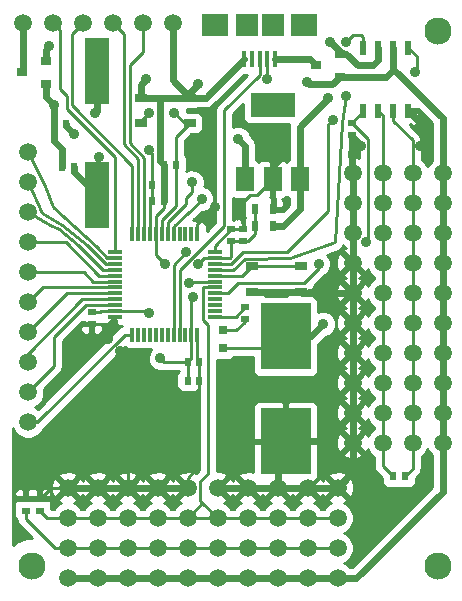
<source format=gtl>
G04 (created by PCBNEW (25-Oct-2014 BZR 4029)-stable) date Tue 06 Oct 2015 12:48:14 PM EDT*
%MOIN*%
G04 Gerber Fmt 3.4, Leading zero omitted, Abs format*
%FSLAX34Y34*%
G01*
G70*
G90*
G04 APERTURE LIST*
%ADD10C,0.00590551*%
%ADD11R,0.023622X0.0511811*%
%ADD12R,0.011811X0.0472441*%
%ADD13R,0.0472441X0.011811*%
%ADD14R,0.0413386X0.0255906*%
%ADD15R,0.0590551X0.0787402*%
%ADD16R,0.149606X0.0787402*%
%ADD17R,0.0748031X0.0748031*%
%ADD18R,0.0905512X0.0748031*%
%ADD19R,0.015748X0.0551181*%
%ADD20R,0.0354331X0.0314961*%
%ADD21R,0.0314961X0.0314961*%
%ADD22C,0.0590551*%
%ADD23R,0.0275591X0.023622*%
%ADD24R,0.023622X0.0275591*%
%ADD25R,0.023622X0.0354331*%
%ADD26R,0.169291X0.220472*%
%ADD27R,0.0826772X0.220472*%
%ADD28C,0.0905512*%
%ADD29C,0.035*%
%ADD30C,0.0228346*%
%ADD31C,0.01*%
G04 APERTURE END LIST*
G54D10*
G54D11*
X81864Y-40846D03*
X82364Y-40846D03*
X81364Y-40846D03*
X80864Y-40846D03*
X80864Y-42933D03*
X81364Y-42933D03*
X81864Y-42933D03*
X82364Y-42933D03*
G54D12*
X75326Y-47051D03*
X75129Y-47051D03*
X74933Y-47051D03*
X74736Y-47051D03*
X74539Y-47051D03*
X74342Y-47051D03*
X74145Y-47051D03*
X73948Y-47051D03*
X73751Y-47051D03*
X73555Y-47051D03*
X73358Y-47051D03*
X73161Y-47051D03*
X73161Y-50397D03*
X73358Y-50397D03*
X73555Y-50397D03*
X73751Y-50397D03*
X73948Y-50397D03*
X74145Y-50397D03*
X74342Y-50397D03*
X74539Y-50397D03*
X74736Y-50397D03*
X74933Y-50397D03*
X75129Y-50397D03*
X75326Y-50397D03*
G54D13*
X72570Y-47641D03*
X72570Y-47838D03*
X72570Y-48035D03*
X72570Y-48232D03*
X72570Y-48429D03*
X72570Y-48625D03*
X72570Y-48822D03*
X72570Y-49019D03*
X72570Y-49216D03*
X72570Y-49413D03*
X72570Y-49610D03*
X72570Y-49807D03*
X75917Y-49807D03*
X75917Y-49610D03*
X75917Y-49413D03*
X75917Y-49216D03*
X75917Y-49019D03*
X75917Y-48822D03*
X75917Y-48625D03*
X75917Y-48429D03*
X75917Y-48232D03*
X75917Y-48035D03*
X75917Y-47838D03*
X75917Y-47641D03*
G54D14*
X73435Y-43336D03*
X73435Y-42490D03*
X75068Y-43336D03*
X75068Y-42490D03*
X78769Y-48120D03*
X78769Y-48966D03*
X77135Y-48120D03*
X77135Y-48966D03*
G54D15*
X76929Y-45216D03*
X77834Y-45216D03*
X78740Y-45216D03*
G54D16*
X77834Y-42736D03*
G54D17*
X77834Y-40078D03*
X76968Y-40078D03*
G54D18*
X78877Y-40078D03*
X75925Y-40078D03*
G54D19*
X77401Y-41200D03*
X77657Y-41200D03*
X77913Y-41200D03*
X77145Y-41200D03*
X76889Y-41200D03*
G54D20*
X79291Y-41417D03*
X80078Y-41043D03*
X80078Y-41791D03*
X69488Y-41653D03*
X70275Y-41279D03*
X70275Y-42027D03*
G54D21*
X76181Y-50255D03*
X76181Y-50846D03*
G54D22*
X71500Y-40000D03*
X70500Y-40000D03*
X69500Y-40000D03*
X72500Y-40000D03*
X73500Y-40000D03*
X74500Y-40000D03*
X71000Y-56500D03*
X71000Y-55500D03*
X71000Y-57500D03*
X71000Y-58500D03*
X72000Y-56500D03*
X72000Y-55500D03*
X72000Y-57500D03*
X72000Y-58500D03*
X73000Y-56500D03*
X73000Y-55500D03*
X73000Y-57500D03*
X73000Y-58500D03*
X74000Y-56500D03*
X74000Y-55500D03*
X74000Y-57500D03*
X74000Y-58500D03*
X75000Y-56500D03*
X75000Y-55500D03*
X75000Y-57500D03*
X75000Y-58500D03*
X76000Y-56500D03*
X76000Y-55500D03*
X76000Y-57500D03*
X76000Y-58500D03*
X77000Y-56500D03*
X77000Y-55500D03*
X77000Y-57500D03*
X77000Y-58500D03*
X79000Y-56500D03*
X79000Y-55500D03*
X79000Y-57500D03*
X79000Y-58500D03*
X81500Y-46000D03*
X80500Y-46000D03*
X82500Y-46000D03*
X83500Y-46000D03*
X81500Y-47000D03*
X80500Y-47000D03*
X82500Y-47000D03*
X83500Y-47000D03*
X81500Y-45000D03*
X80500Y-45000D03*
X82500Y-45000D03*
X83500Y-45000D03*
X81500Y-48000D03*
X80500Y-48000D03*
X82500Y-48000D03*
X83500Y-48000D03*
X81500Y-49000D03*
X80500Y-49000D03*
X82500Y-49000D03*
X83500Y-49000D03*
X81500Y-50000D03*
X80500Y-50000D03*
X82500Y-50000D03*
X83500Y-50000D03*
X81500Y-51000D03*
X80500Y-51000D03*
X82500Y-51000D03*
X83500Y-51000D03*
X81500Y-52000D03*
X80500Y-52000D03*
X82500Y-52000D03*
X83500Y-52000D03*
X81500Y-53000D03*
X80500Y-53000D03*
X82500Y-53000D03*
X83500Y-53000D03*
X81500Y-54000D03*
X80500Y-54000D03*
X82500Y-54000D03*
X83500Y-54000D03*
X78000Y-56500D03*
X78000Y-55500D03*
X78000Y-57500D03*
X78000Y-58500D03*
X80000Y-56500D03*
X80000Y-55500D03*
X80000Y-57500D03*
X80000Y-58500D03*
X69685Y-49318D03*
X69685Y-50318D03*
X69685Y-51318D03*
X69685Y-52318D03*
X69685Y-53318D03*
X69685Y-48318D03*
X69685Y-47318D03*
X69685Y-46318D03*
X69685Y-45318D03*
X69685Y-44318D03*
G54D23*
X70078Y-56259D03*
X70078Y-55866D03*
X69606Y-56259D03*
X69606Y-55866D03*
X76929Y-49488D03*
X76929Y-49881D03*
G54D24*
X75000Y-51929D03*
X75393Y-51929D03*
X75000Y-51299D03*
X75393Y-51299D03*
G54D23*
X71811Y-49645D03*
X71811Y-50039D03*
G54D24*
X73818Y-45944D03*
X74212Y-45944D03*
X73818Y-45393D03*
X74212Y-45393D03*
X74606Y-44724D03*
X74212Y-44724D03*
G54D23*
X76850Y-46889D03*
X76850Y-47283D03*
X76456Y-46889D03*
X76456Y-47283D03*
G54D24*
X81850Y-55118D03*
X82244Y-55118D03*
G54D23*
X80472Y-43346D03*
X80472Y-43740D03*
G54D25*
X77854Y-46220D03*
X77263Y-46220D03*
X77854Y-46771D03*
X77263Y-46771D03*
G54D26*
X78267Y-53956D03*
X78267Y-50452D03*
G54D27*
X71968Y-41594D03*
X71968Y-45728D03*
G54D24*
X70826Y-44803D03*
X71220Y-44803D03*
X70551Y-43385D03*
X70944Y-43385D03*
G54D28*
X83346Y-40275D03*
X83346Y-58110D03*
X69803Y-58110D03*
G54D29*
X82755Y-44094D03*
X80787Y-44094D03*
X72362Y-50551D03*
X72755Y-50944D03*
X73700Y-44251D03*
X75905Y-46141D03*
X77401Y-44409D03*
X78267Y-44330D03*
X79685Y-42519D03*
X79763Y-40629D03*
X70393Y-40787D03*
X79527Y-50039D03*
X73700Y-49685D03*
X74094Y-51181D03*
X75196Y-49133D03*
X74251Y-48031D03*
X75354Y-48031D03*
X76692Y-43858D03*
X78976Y-41968D03*
X75354Y-42047D03*
X73622Y-41889D03*
X70551Y-42755D03*
X77637Y-41889D03*
X74960Y-47637D03*
X72047Y-44488D03*
X75472Y-45866D03*
X75157Y-45314D03*
X71929Y-42992D03*
X71220Y-43700D03*
X73700Y-42992D03*
X74566Y-42992D03*
X80275Y-40629D03*
X80275Y-42440D03*
X80944Y-47322D03*
X79370Y-48031D03*
X82598Y-41653D03*
X79842Y-43228D03*
X75039Y-48661D03*
G54D30*
X80472Y-43740D02*
X80472Y-43779D01*
X82834Y-43403D02*
X82364Y-42933D01*
X82834Y-44015D02*
X82834Y-43403D01*
X82755Y-44094D02*
X82834Y-44015D01*
X80472Y-43779D02*
X80787Y-44094D01*
X78267Y-53956D02*
X79543Y-53956D01*
X79543Y-53956D02*
X80500Y-53000D01*
X78000Y-55500D02*
X78000Y-54224D01*
X78000Y-54224D02*
X78267Y-53956D01*
G54D31*
X77854Y-46220D02*
X77854Y-45236D01*
X77854Y-45236D02*
X77834Y-45216D01*
X73000Y-55500D02*
X73000Y-51188D01*
X72338Y-50527D02*
X72338Y-50039D01*
X72362Y-50551D02*
X72338Y-50527D01*
X73000Y-51188D02*
X72755Y-50944D01*
X69606Y-55866D02*
X70078Y-55866D01*
X70078Y-55866D02*
X70444Y-55500D01*
X70444Y-55500D02*
X71000Y-55500D01*
X71811Y-50039D02*
X72338Y-50039D01*
X72338Y-50039D02*
X72570Y-49807D01*
X73818Y-45393D02*
X73818Y-44370D01*
X73818Y-44370D02*
X73700Y-44251D01*
X75326Y-47051D02*
X75326Y-46720D01*
X75326Y-46720D02*
X75905Y-46141D01*
X77480Y-44330D02*
X78267Y-44330D01*
X77401Y-44409D02*
X77480Y-44330D01*
X73751Y-47051D02*
X73751Y-46011D01*
X73751Y-46011D02*
X73818Y-45944D01*
X73818Y-45944D02*
X73818Y-45393D01*
X75917Y-47641D02*
X75917Y-47429D01*
X75917Y-47429D02*
X76456Y-46889D01*
X76456Y-46889D02*
X76850Y-46889D01*
X76850Y-46889D02*
X76850Y-45984D01*
X77303Y-45748D02*
X77834Y-45216D01*
X77086Y-45748D02*
X77303Y-45748D01*
X76850Y-45984D02*
X77086Y-45748D01*
X75393Y-51929D02*
X75393Y-51299D01*
X75393Y-51299D02*
X75326Y-51232D01*
X75326Y-51232D02*
X75326Y-50397D01*
X75393Y-51929D02*
X75393Y-54763D01*
X75000Y-55157D02*
X75000Y-55500D01*
X75393Y-54763D02*
X75000Y-55157D01*
G54D30*
X80500Y-47000D02*
X80500Y-48000D01*
X80500Y-48000D02*
X80500Y-49000D01*
X80500Y-49000D02*
X78803Y-49000D01*
X78803Y-49000D02*
X78769Y-48966D01*
X78769Y-48966D02*
X77135Y-48966D01*
X77834Y-45216D02*
X77834Y-44763D01*
X77834Y-44763D02*
X78267Y-44330D01*
X80500Y-54000D02*
X80500Y-53000D01*
X80500Y-53000D02*
X80500Y-52000D01*
X80500Y-52000D02*
X80500Y-51000D01*
X80500Y-51000D02*
X80500Y-50000D01*
X80500Y-50000D02*
X80500Y-49000D01*
X80500Y-47000D02*
X80500Y-46000D01*
X80500Y-46000D02*
X80500Y-45000D01*
X80500Y-45000D02*
X80472Y-44972D01*
X80472Y-44972D02*
X80472Y-43740D01*
X80000Y-55500D02*
X80000Y-55433D01*
X80500Y-54933D02*
X80500Y-54000D01*
X80000Y-55433D02*
X80500Y-54933D01*
X76000Y-55500D02*
X77000Y-55500D01*
X77000Y-55500D02*
X78000Y-55500D01*
X78000Y-55500D02*
X79000Y-55500D01*
X79000Y-55500D02*
X80000Y-55500D01*
X71000Y-55500D02*
X72000Y-55500D01*
X72000Y-55500D02*
X73000Y-55500D01*
X73000Y-55500D02*
X74000Y-55500D01*
X74000Y-55500D02*
X75000Y-55500D01*
X80078Y-41043D02*
X80295Y-41043D01*
X81364Y-41234D02*
X81364Y-40846D01*
X81181Y-41417D02*
X81364Y-41234D01*
X80669Y-41417D02*
X81181Y-41417D01*
X80295Y-41043D02*
X80669Y-41417D01*
X77854Y-46771D02*
X78188Y-46771D01*
X78740Y-46220D02*
X78740Y-45216D01*
X78188Y-46771D02*
X78740Y-46220D01*
X78740Y-43464D02*
X78740Y-45216D01*
X79685Y-42519D02*
X78740Y-43464D01*
X70275Y-41279D02*
X70275Y-40905D01*
X80078Y-40944D02*
X80078Y-41043D01*
X79763Y-40629D02*
X80078Y-40944D01*
X70275Y-40905D02*
X70393Y-40787D01*
X81864Y-41561D02*
X81875Y-41561D01*
X83500Y-43185D02*
X83500Y-45000D01*
X81875Y-41561D02*
X83500Y-43185D01*
X81864Y-40846D02*
X81864Y-41561D01*
X81633Y-41791D02*
X80078Y-41791D01*
X81864Y-41561D02*
X81633Y-41791D01*
X70826Y-44803D02*
X70826Y-44212D01*
X70551Y-43937D02*
X70551Y-43385D01*
X70826Y-44212D02*
X70551Y-43937D01*
X70551Y-43385D02*
X70551Y-42755D01*
X78267Y-50452D02*
X79114Y-50452D01*
X79114Y-50452D02*
X79527Y-50039D01*
G54D31*
X76181Y-50846D02*
X77874Y-50846D01*
X77874Y-50846D02*
X78267Y-50452D01*
X77263Y-46771D02*
X77263Y-46220D01*
X76850Y-47283D02*
X77007Y-47283D01*
X77263Y-47027D02*
X77263Y-46771D01*
X77007Y-47283D02*
X77263Y-47027D01*
X75000Y-51299D02*
X74212Y-51299D01*
X73625Y-49610D02*
X72570Y-49610D01*
X73700Y-49685D02*
X73625Y-49610D01*
X74212Y-51299D02*
X74094Y-51181D01*
X75129Y-49200D02*
X75129Y-50397D01*
X75196Y-49133D02*
X75129Y-49200D01*
X71811Y-49645D02*
X72086Y-49645D01*
X72086Y-49645D02*
X72122Y-49610D01*
X72122Y-49610D02*
X72570Y-49610D01*
X75917Y-47838D02*
X75547Y-47838D01*
X73948Y-47728D02*
X73948Y-47051D01*
X74251Y-48031D02*
X73948Y-47728D01*
X75547Y-47838D02*
X75354Y-48031D01*
X73948Y-47051D02*
X73948Y-46444D01*
X73948Y-46444D02*
X74212Y-46181D01*
X74212Y-46181D02*
X74212Y-45944D01*
X76456Y-47283D02*
X76850Y-47283D01*
X75917Y-47838D02*
X76413Y-47838D01*
X76456Y-47795D02*
X76456Y-47283D01*
X76413Y-47838D02*
X76456Y-47795D01*
X75000Y-51299D02*
X75000Y-51929D01*
X75129Y-50397D02*
X75129Y-51169D01*
X75129Y-51169D02*
X75000Y-51299D01*
G54D30*
X74212Y-45393D02*
X74212Y-45944D01*
X74212Y-44724D02*
X74212Y-45393D01*
X74094Y-42490D02*
X74094Y-44606D01*
X74094Y-44606D02*
X74212Y-44724D01*
X76929Y-44094D02*
X76929Y-45216D01*
X76692Y-43858D02*
X76929Y-44094D01*
X80000Y-58500D02*
X79000Y-58500D01*
X79000Y-58500D02*
X78000Y-58500D01*
X78000Y-58500D02*
X77000Y-58500D01*
X77000Y-58500D02*
X76000Y-58500D01*
X76000Y-58500D02*
X75000Y-58500D01*
X75000Y-58500D02*
X74000Y-58500D01*
X74000Y-58500D02*
X73000Y-58500D01*
X73000Y-58500D02*
X72000Y-58500D01*
X72000Y-58500D02*
X71000Y-58500D01*
X83500Y-54000D02*
X83500Y-55633D01*
X80633Y-58500D02*
X80000Y-58500D01*
X83500Y-55633D02*
X80633Y-58500D01*
X83500Y-47000D02*
X83500Y-48000D01*
X83500Y-48000D02*
X83500Y-49000D01*
X83500Y-49000D02*
X83500Y-50000D01*
X83500Y-50000D02*
X83500Y-51000D01*
X83500Y-51000D02*
X83500Y-52000D01*
X83500Y-52000D02*
X83500Y-53000D01*
X83500Y-53000D02*
X83500Y-54000D01*
X83500Y-46000D02*
X83500Y-47000D01*
X83500Y-45000D02*
X83500Y-46000D01*
X75068Y-42490D02*
X75068Y-42332D01*
X79822Y-42047D02*
X80078Y-41791D01*
X79055Y-42047D02*
X79822Y-42047D01*
X78976Y-41968D02*
X79055Y-42047D01*
X75068Y-42332D02*
X75354Y-42047D01*
X75068Y-42490D02*
X75600Y-42490D01*
X75600Y-42490D02*
X76889Y-41200D01*
X70275Y-42027D02*
X70275Y-42480D01*
X73435Y-42076D02*
X73435Y-42490D01*
X73622Y-41889D02*
X73435Y-42076D01*
X70275Y-42480D02*
X70551Y-42755D01*
X75068Y-42490D02*
X74094Y-42490D01*
X74094Y-42490D02*
X73435Y-42490D01*
X74500Y-40000D02*
X74500Y-41921D01*
X74500Y-41921D02*
X75068Y-42490D01*
G54D31*
X74539Y-50397D02*
X74539Y-48059D01*
X77657Y-41870D02*
X77657Y-41200D01*
X77637Y-41889D02*
X77657Y-41870D01*
X74539Y-48059D02*
X74960Y-47637D01*
X77401Y-41732D02*
X77401Y-41200D01*
X76220Y-42913D02*
X77401Y-41732D01*
X76220Y-46771D02*
X76220Y-42913D01*
X74736Y-48255D02*
X76220Y-46771D01*
X74736Y-50397D02*
X74736Y-48255D01*
X73555Y-47051D02*
X73555Y-44500D01*
X73500Y-40988D02*
X73500Y-40000D01*
X73070Y-41417D02*
X73500Y-40988D01*
X73070Y-44015D02*
X73070Y-41417D01*
X73555Y-44500D02*
X73070Y-44015D01*
X73161Y-47051D02*
X73161Y-44775D01*
X71141Y-40358D02*
X71500Y-40000D01*
X71141Y-42755D02*
X71141Y-40358D01*
X73161Y-44775D02*
X71141Y-42755D01*
X72570Y-47641D02*
X72570Y-44460D01*
X70748Y-40248D02*
X70500Y-40000D01*
X70748Y-42204D02*
X70748Y-40248D01*
X70984Y-42440D02*
X70748Y-42204D01*
X70984Y-42874D02*
X70984Y-42440D01*
X72570Y-44460D02*
X70984Y-42874D01*
X74539Y-47051D02*
X74539Y-46759D01*
X71968Y-44566D02*
X71968Y-45728D01*
X72047Y-44488D02*
X71968Y-44566D01*
X75472Y-45905D02*
X75472Y-45866D01*
X74539Y-46759D02*
X75472Y-45905D01*
G54D30*
X71220Y-44803D02*
X71220Y-44980D01*
X71220Y-44980D02*
X71968Y-45728D01*
G54D31*
X74342Y-46641D02*
X74342Y-47051D01*
X74960Y-46023D02*
X74342Y-46641D01*
X74960Y-45826D02*
X74960Y-46023D01*
X75157Y-45629D02*
X74960Y-45826D01*
X75157Y-45314D02*
X75157Y-45629D01*
G54D30*
X70944Y-43385D02*
X70944Y-43425D01*
X71968Y-42952D02*
X71968Y-41594D01*
X71929Y-42992D02*
X71968Y-42952D01*
X70944Y-43425D02*
X71220Y-43700D01*
G54D31*
X75917Y-49807D02*
X76610Y-49807D01*
X76610Y-49807D02*
X76929Y-49488D01*
X76929Y-49881D02*
X76929Y-49960D01*
X76633Y-50255D02*
X76181Y-50255D01*
X76929Y-49960D02*
X76633Y-50255D01*
X72570Y-49216D02*
X71492Y-49216D01*
X69685Y-51023D02*
X69685Y-51318D01*
X71492Y-49216D02*
X69685Y-51023D01*
X72570Y-49413D02*
X71610Y-49413D01*
X71610Y-49413D02*
X70551Y-50472D01*
X70551Y-50472D02*
X70551Y-51452D01*
X70551Y-51452D02*
X69685Y-52318D01*
X71968Y-47480D02*
X70511Y-46141D01*
X70511Y-46141D02*
X70236Y-45433D01*
X72570Y-47838D02*
X72326Y-47838D01*
X72326Y-47838D02*
X71968Y-47480D01*
X70236Y-45433D02*
X69685Y-44318D01*
X71653Y-47401D02*
X70826Y-46732D01*
X70826Y-46732D02*
X70157Y-46338D01*
X72570Y-48035D02*
X72287Y-48035D01*
X72287Y-48035D02*
X71653Y-47401D01*
X70157Y-46338D02*
X69685Y-45318D01*
X71338Y-47401D02*
X70708Y-46889D01*
X70708Y-46889D02*
X70433Y-46732D01*
X72570Y-48232D02*
X72169Y-48232D01*
X72169Y-48232D02*
X71338Y-47401D01*
X70433Y-46732D02*
X69685Y-46318D01*
X72570Y-48429D02*
X72051Y-48429D01*
X72051Y-48429D02*
X70940Y-47318D01*
X70940Y-47318D02*
X69685Y-47318D01*
X72570Y-48625D02*
X71854Y-48625D01*
X71854Y-48625D02*
X71547Y-48318D01*
X71547Y-48318D02*
X69685Y-48318D01*
X72570Y-48822D02*
X70181Y-48822D01*
X70181Y-48822D02*
X69685Y-49318D01*
X72570Y-49019D02*
X70984Y-49019D01*
X70984Y-49019D02*
X69685Y-50318D01*
X73161Y-50397D02*
X72909Y-50397D01*
X72909Y-50397D02*
X69988Y-53318D01*
X69988Y-53318D02*
X69685Y-53318D01*
X74145Y-47051D02*
X74145Y-46562D01*
X74145Y-46562D02*
X74606Y-46102D01*
X74606Y-44724D02*
X74606Y-43799D01*
X74606Y-43799D02*
X75068Y-43336D01*
X73435Y-43336D02*
X73435Y-43257D01*
X73435Y-43257D02*
X73700Y-42992D01*
X74566Y-42992D02*
X74911Y-43336D01*
X74911Y-43336D02*
X75068Y-43336D01*
X74606Y-46102D02*
X74606Y-44724D01*
X81500Y-45000D02*
X81500Y-43068D01*
X81500Y-43068D02*
X81364Y-42933D01*
X81500Y-54000D02*
X81500Y-54767D01*
X81500Y-54767D02*
X81850Y-55118D01*
X81500Y-46000D02*
X81500Y-47000D01*
X81500Y-47000D02*
X81500Y-48000D01*
X81500Y-48000D02*
X81500Y-49000D01*
X81500Y-49000D02*
X81500Y-50000D01*
X81500Y-50000D02*
X81500Y-51000D01*
X81500Y-51000D02*
X81500Y-52000D01*
X81500Y-52000D02*
X81500Y-53000D01*
X81500Y-53000D02*
X81500Y-54000D01*
X81500Y-45000D02*
X81500Y-46000D01*
X82500Y-45000D02*
X82500Y-43917D01*
X81864Y-43281D02*
X81864Y-42933D01*
X82500Y-43917D02*
X81864Y-43281D01*
X82500Y-54000D02*
X82500Y-54862D01*
X82500Y-54862D02*
X82244Y-55118D01*
X82500Y-45000D02*
X82500Y-46000D01*
X82500Y-46000D02*
X82500Y-47000D01*
X82500Y-47000D02*
X82500Y-48000D01*
X82500Y-48000D02*
X82500Y-49000D01*
X82500Y-49000D02*
X82500Y-50000D01*
X82500Y-50000D02*
X82500Y-51000D01*
X82500Y-51000D02*
X82500Y-52000D01*
X82500Y-52000D02*
X82500Y-53000D01*
X82500Y-53000D02*
X82500Y-54000D01*
X75917Y-48232D02*
X76531Y-48232D01*
X80864Y-40470D02*
X80864Y-40846D01*
X80787Y-40393D02*
X80864Y-40470D01*
X80511Y-40393D02*
X80787Y-40393D01*
X80275Y-40629D02*
X80511Y-40393D01*
X80157Y-43346D02*
X80275Y-42440D01*
X79920Y-47317D02*
X80157Y-43346D01*
X78428Y-47844D02*
X79920Y-47317D01*
X76913Y-47880D02*
X78428Y-47844D01*
X76531Y-48232D02*
X76913Y-47880D01*
X80472Y-43346D02*
X80472Y-43324D01*
X80472Y-43324D02*
X80864Y-42933D01*
X75917Y-49019D02*
X76334Y-49019D01*
X81023Y-43897D02*
X81003Y-43877D01*
X81003Y-43877D02*
X80472Y-43346D01*
X81023Y-47244D02*
X81023Y-43897D01*
X80944Y-47322D02*
X81023Y-47244D01*
X79370Y-48188D02*
X79370Y-48031D01*
X78897Y-48661D02*
X79370Y-48188D01*
X76692Y-48661D02*
X78897Y-48661D01*
X76334Y-49019D02*
X76692Y-48661D01*
X75917Y-48035D02*
X76452Y-48035D01*
X82637Y-41120D02*
X82364Y-40846D01*
X82637Y-41614D02*
X82637Y-41120D01*
X82598Y-41653D02*
X82637Y-41614D01*
X79685Y-43385D02*
X79842Y-43228D01*
X79685Y-46259D02*
X79685Y-43385D01*
X78307Y-47637D02*
X79685Y-46259D01*
X76850Y-47637D02*
X78307Y-47637D01*
X76452Y-48035D02*
X76850Y-47637D01*
X75917Y-48625D02*
X75074Y-48625D01*
X75074Y-48625D02*
X75039Y-48661D01*
X73000Y-57500D02*
X74000Y-57500D01*
X71000Y-57500D02*
X72000Y-57500D01*
X72000Y-57500D02*
X73000Y-57500D01*
X73799Y-57500D02*
X75000Y-57500D01*
X75000Y-57500D02*
X76000Y-57500D01*
X76000Y-57500D02*
X77000Y-57500D01*
X77000Y-57500D02*
X78000Y-57500D01*
X78000Y-57500D02*
X79000Y-57500D01*
X79000Y-57500D02*
X80000Y-57500D01*
X73799Y-57500D02*
X74000Y-57500D01*
X69606Y-56259D02*
X69606Y-56535D01*
X70570Y-57500D02*
X71000Y-57500D01*
X69606Y-56535D02*
X70570Y-57500D01*
X75000Y-56500D02*
X75000Y-56496D01*
X75000Y-56496D02*
X75498Y-55998D01*
X75917Y-48822D02*
X75507Y-48822D01*
X75507Y-48822D02*
X75511Y-48826D01*
X75511Y-48826D02*
X75511Y-49921D01*
X75511Y-49921D02*
X75669Y-50078D01*
X75669Y-50078D02*
X75669Y-55039D01*
X75669Y-55039D02*
X75433Y-55275D01*
X75433Y-55275D02*
X75433Y-55933D01*
X75433Y-55933D02*
X75498Y-55998D01*
X75498Y-55998D02*
X76000Y-56500D01*
X75000Y-56500D02*
X76000Y-56500D01*
X76000Y-56500D02*
X77000Y-56500D01*
X77000Y-56500D02*
X78000Y-56500D01*
X78000Y-56500D02*
X79000Y-56500D01*
X79000Y-56500D02*
X80000Y-56500D01*
X74000Y-56500D02*
X75000Y-56500D01*
X71000Y-56500D02*
X72000Y-56500D01*
X72000Y-56500D02*
X73000Y-56500D01*
X73000Y-56500D02*
X74000Y-56500D01*
X71000Y-56500D02*
X70318Y-56500D01*
X70318Y-56500D02*
X70078Y-56259D01*
X77135Y-48120D02*
X78769Y-48120D01*
X76826Y-48429D02*
X77135Y-48120D01*
X75917Y-48429D02*
X76826Y-48429D01*
G54D30*
X69500Y-40000D02*
X69500Y-41641D01*
X69500Y-41641D02*
X69488Y-41653D01*
X77913Y-41200D02*
X79074Y-41200D01*
X79074Y-41200D02*
X79291Y-41417D01*
G54D31*
X73358Y-47051D02*
X73358Y-44539D01*
X72874Y-40374D02*
X72500Y-40000D01*
X72874Y-44055D02*
X72874Y-40374D01*
X73358Y-44539D02*
X72874Y-44055D01*
G54D10*
G36*
X72816Y-50116D02*
X72794Y-50120D01*
X72697Y-50185D01*
X72198Y-50683D01*
X71761Y-51121D01*
X71761Y-50344D01*
X71761Y-50089D01*
X71485Y-50089D01*
X71423Y-50151D01*
X71423Y-50206D01*
X71461Y-50298D01*
X71531Y-50369D01*
X71623Y-50407D01*
X71722Y-50407D01*
X71698Y-50407D01*
X71761Y-50344D01*
X71761Y-51121D01*
X70010Y-52872D01*
X69994Y-52856D01*
X69902Y-52818D01*
X69993Y-52781D01*
X70147Y-52628D01*
X70230Y-52427D01*
X70230Y-52210D01*
X70226Y-52201D01*
X70763Y-51664D01*
X70763Y-51664D01*
X70828Y-51567D01*
X70851Y-51452D01*
X70851Y-51452D01*
X70851Y-50596D01*
X71472Y-49975D01*
X71485Y-49989D01*
X71564Y-49989D01*
X71623Y-50013D01*
X71722Y-50013D01*
X71868Y-50013D01*
X71868Y-50089D01*
X71861Y-50089D01*
X71861Y-50344D01*
X71923Y-50407D01*
X71899Y-50407D01*
X71998Y-50407D01*
X72090Y-50369D01*
X72160Y-50298D01*
X72198Y-50206D01*
X72198Y-50151D01*
X72136Y-50089D01*
X72198Y-50089D01*
X72198Y-50080D01*
X72284Y-50116D01*
X72384Y-50116D01*
X72458Y-50116D01*
X72520Y-50053D01*
X72520Y-49919D01*
X72620Y-49919D01*
X72620Y-50053D01*
X72683Y-50116D01*
X72757Y-50116D01*
X72816Y-50116D01*
X72816Y-50116D01*
G37*
G54D31*
X72816Y-50116D02*
X72794Y-50120D01*
X72697Y-50185D01*
X72198Y-50683D01*
X71761Y-51121D01*
X71761Y-50344D01*
X71761Y-50089D01*
X71485Y-50089D01*
X71423Y-50151D01*
X71423Y-50206D01*
X71461Y-50298D01*
X71531Y-50369D01*
X71623Y-50407D01*
X71722Y-50407D01*
X71698Y-50407D01*
X71761Y-50344D01*
X71761Y-51121D01*
X70010Y-52872D01*
X69994Y-52856D01*
X69902Y-52818D01*
X69993Y-52781D01*
X70147Y-52628D01*
X70230Y-52427D01*
X70230Y-52210D01*
X70226Y-52201D01*
X70763Y-51664D01*
X70763Y-51664D01*
X70828Y-51567D01*
X70851Y-51452D01*
X70851Y-51452D01*
X70851Y-50596D01*
X71472Y-49975D01*
X71485Y-49989D01*
X71564Y-49989D01*
X71623Y-50013D01*
X71722Y-50013D01*
X71868Y-50013D01*
X71868Y-50089D01*
X71861Y-50089D01*
X71861Y-50344D01*
X71923Y-50407D01*
X71899Y-50407D01*
X71998Y-50407D01*
X72090Y-50369D01*
X72160Y-50298D01*
X72198Y-50206D01*
X72198Y-50151D01*
X72136Y-50089D01*
X72198Y-50089D01*
X72198Y-50080D01*
X72284Y-50116D01*
X72384Y-50116D01*
X72458Y-50116D01*
X72520Y-50053D01*
X72520Y-49919D01*
X72620Y-49919D01*
X72620Y-50053D01*
X72683Y-50116D01*
X72757Y-50116D01*
X72816Y-50116D01*
G54D10*
G36*
X75369Y-54915D02*
X75267Y-55016D01*
X75080Y-54949D01*
X74863Y-54960D01*
X74714Y-55022D01*
X74688Y-55117D01*
X75000Y-55429D01*
X75005Y-55423D01*
X75076Y-55494D01*
X75070Y-55500D01*
X75076Y-55505D01*
X75005Y-55576D01*
X75000Y-55570D01*
X74929Y-55641D01*
X74929Y-55500D01*
X74617Y-55188D01*
X74522Y-55214D01*
X74501Y-55273D01*
X74477Y-55214D01*
X74382Y-55188D01*
X74311Y-55258D01*
X74311Y-55117D01*
X74285Y-55022D01*
X74080Y-54949D01*
X73863Y-54960D01*
X73714Y-55022D01*
X73688Y-55117D01*
X74000Y-55429D01*
X74311Y-55117D01*
X74311Y-55258D01*
X74070Y-55500D01*
X74382Y-55811D01*
X74477Y-55785D01*
X74498Y-55726D01*
X74522Y-55785D01*
X74617Y-55811D01*
X74929Y-55500D01*
X74929Y-55641D01*
X74688Y-55882D01*
X74714Y-55977D01*
X74780Y-56000D01*
X74691Y-56037D01*
X74538Y-56190D01*
X74534Y-56200D01*
X74466Y-56200D01*
X74462Y-56191D01*
X74309Y-56038D01*
X74224Y-56002D01*
X74285Y-55977D01*
X74311Y-55882D01*
X74000Y-55570D01*
X73929Y-55641D01*
X73929Y-55500D01*
X73617Y-55188D01*
X73522Y-55214D01*
X73501Y-55273D01*
X73477Y-55214D01*
X73382Y-55188D01*
X73311Y-55258D01*
X73311Y-55117D01*
X73285Y-55022D01*
X73080Y-54949D01*
X72863Y-54960D01*
X72714Y-55022D01*
X72688Y-55117D01*
X73000Y-55429D01*
X73311Y-55117D01*
X73311Y-55258D01*
X73070Y-55500D01*
X73382Y-55811D01*
X73477Y-55785D01*
X73498Y-55726D01*
X73522Y-55785D01*
X73617Y-55811D01*
X73929Y-55500D01*
X73929Y-55641D01*
X73688Y-55882D01*
X73714Y-55977D01*
X73780Y-56000D01*
X73691Y-56037D01*
X73538Y-56190D01*
X73534Y-56200D01*
X73466Y-56200D01*
X73462Y-56191D01*
X73309Y-56038D01*
X73224Y-56002D01*
X73285Y-55977D01*
X73311Y-55882D01*
X73000Y-55570D01*
X72929Y-55641D01*
X72929Y-55500D01*
X72617Y-55188D01*
X72522Y-55214D01*
X72501Y-55273D01*
X72477Y-55214D01*
X72382Y-55188D01*
X72311Y-55258D01*
X72311Y-55117D01*
X72285Y-55022D01*
X72080Y-54949D01*
X71863Y-54960D01*
X71714Y-55022D01*
X71688Y-55117D01*
X72000Y-55429D01*
X72311Y-55117D01*
X72311Y-55258D01*
X72070Y-55500D01*
X72382Y-55811D01*
X72477Y-55785D01*
X72498Y-55726D01*
X72522Y-55785D01*
X72617Y-55811D01*
X72929Y-55500D01*
X72929Y-55641D01*
X72688Y-55882D01*
X72714Y-55977D01*
X72780Y-56000D01*
X72691Y-56037D01*
X72538Y-56190D01*
X72534Y-56200D01*
X72466Y-56200D01*
X72462Y-56191D01*
X72309Y-56038D01*
X72224Y-56002D01*
X72285Y-55977D01*
X72311Y-55882D01*
X72000Y-55570D01*
X71929Y-55641D01*
X71929Y-55500D01*
X71617Y-55188D01*
X71522Y-55214D01*
X71501Y-55273D01*
X71477Y-55214D01*
X71382Y-55188D01*
X71311Y-55258D01*
X71311Y-55117D01*
X71285Y-55022D01*
X71080Y-54949D01*
X70863Y-54960D01*
X70714Y-55022D01*
X70688Y-55117D01*
X71000Y-55429D01*
X71311Y-55117D01*
X71311Y-55258D01*
X71070Y-55500D01*
X71382Y-55811D01*
X71477Y-55785D01*
X71498Y-55726D01*
X71522Y-55785D01*
X71617Y-55811D01*
X71929Y-55500D01*
X71929Y-55641D01*
X71688Y-55882D01*
X71714Y-55977D01*
X71780Y-56000D01*
X71691Y-56037D01*
X71538Y-56190D01*
X71534Y-56200D01*
X71466Y-56200D01*
X71462Y-56191D01*
X71309Y-56038D01*
X71224Y-56002D01*
X71285Y-55977D01*
X71311Y-55882D01*
X71000Y-55570D01*
X70929Y-55641D01*
X70929Y-55500D01*
X70617Y-55188D01*
X70522Y-55214D01*
X70449Y-55419D01*
X70460Y-55636D01*
X70522Y-55785D01*
X70617Y-55811D01*
X70929Y-55500D01*
X70929Y-55641D01*
X70688Y-55882D01*
X70714Y-55977D01*
X70780Y-56000D01*
X70691Y-56037D01*
X70538Y-56190D01*
X70534Y-56200D01*
X70466Y-56200D01*
X70466Y-56092D01*
X70454Y-56062D01*
X70466Y-56033D01*
X70466Y-55698D01*
X70428Y-55606D01*
X70358Y-55536D01*
X70266Y-55498D01*
X70167Y-55497D01*
X70191Y-55498D01*
X70128Y-55560D01*
X70128Y-55816D01*
X70404Y-55816D01*
X70466Y-55753D01*
X70466Y-55698D01*
X70466Y-56033D01*
X70466Y-55978D01*
X70404Y-55916D01*
X70325Y-55916D01*
X70266Y-55891D01*
X70167Y-55891D01*
X70028Y-55891D01*
X70028Y-55816D01*
X70028Y-55560D01*
X69966Y-55498D01*
X69990Y-55497D01*
X69890Y-55498D01*
X69842Y-55518D01*
X69794Y-55498D01*
X69694Y-55497D01*
X69718Y-55498D01*
X69656Y-55560D01*
X69656Y-55816D01*
X69753Y-55816D01*
X69931Y-55816D01*
X70028Y-55816D01*
X70028Y-55891D01*
X69891Y-55891D01*
X69842Y-55911D01*
X69794Y-55891D01*
X69694Y-55891D01*
X69556Y-55891D01*
X69556Y-55816D01*
X69556Y-55560D01*
X69493Y-55498D01*
X69518Y-55497D01*
X69418Y-55498D01*
X69326Y-55536D01*
X69256Y-55606D01*
X69218Y-55698D01*
X69218Y-55753D01*
X69281Y-55816D01*
X69556Y-55816D01*
X69556Y-55891D01*
X69418Y-55891D01*
X69359Y-55916D01*
X69281Y-55916D01*
X69218Y-55978D01*
X69218Y-56033D01*
X69230Y-56062D01*
X69218Y-56091D01*
X69218Y-56191D01*
X69218Y-56427D01*
X69256Y-56519D01*
X69314Y-56577D01*
X69314Y-56577D01*
X69329Y-56650D01*
X69394Y-56747D01*
X69821Y-57174D01*
X69617Y-57174D01*
X69273Y-57316D01*
X69167Y-57422D01*
X69167Y-53493D01*
X69222Y-53627D01*
X69375Y-53780D01*
X69576Y-53864D01*
X69793Y-53864D01*
X69993Y-53781D01*
X70147Y-53628D01*
X70182Y-53543D01*
X70200Y-53531D01*
X72923Y-50808D01*
X72960Y-50845D01*
X73052Y-50883D01*
X73151Y-50883D01*
X73269Y-50883D01*
X73270Y-50883D01*
X73348Y-50883D01*
X73466Y-50883D01*
X73466Y-50883D01*
X73545Y-50883D01*
X73663Y-50883D01*
X73663Y-50883D01*
X73742Y-50883D01*
X73790Y-50883D01*
X73734Y-50940D01*
X73669Y-51096D01*
X73669Y-51265D01*
X73733Y-51421D01*
X73853Y-51541D01*
X74009Y-51606D01*
X74178Y-51606D01*
X74201Y-51596D01*
X74212Y-51599D01*
X74690Y-51599D01*
X74700Y-51608D01*
X74700Y-51619D01*
X74670Y-51649D01*
X74631Y-51741D01*
X74631Y-51840D01*
X74631Y-52116D01*
X74669Y-52208D01*
X74740Y-52278D01*
X74831Y-52316D01*
X74931Y-52316D01*
X75167Y-52316D01*
X75196Y-52304D01*
X75226Y-52316D01*
X75281Y-52316D01*
X75343Y-52254D01*
X75343Y-52316D01*
X75369Y-52316D01*
X75369Y-54915D01*
X75369Y-54915D01*
G37*
G54D31*
X75369Y-54915D02*
X75267Y-55016D01*
X75080Y-54949D01*
X74863Y-54960D01*
X74714Y-55022D01*
X74688Y-55117D01*
X75000Y-55429D01*
X75005Y-55423D01*
X75076Y-55494D01*
X75070Y-55500D01*
X75076Y-55505D01*
X75005Y-55576D01*
X75000Y-55570D01*
X74929Y-55641D01*
X74929Y-55500D01*
X74617Y-55188D01*
X74522Y-55214D01*
X74501Y-55273D01*
X74477Y-55214D01*
X74382Y-55188D01*
X74311Y-55258D01*
X74311Y-55117D01*
X74285Y-55022D01*
X74080Y-54949D01*
X73863Y-54960D01*
X73714Y-55022D01*
X73688Y-55117D01*
X74000Y-55429D01*
X74311Y-55117D01*
X74311Y-55258D01*
X74070Y-55500D01*
X74382Y-55811D01*
X74477Y-55785D01*
X74498Y-55726D01*
X74522Y-55785D01*
X74617Y-55811D01*
X74929Y-55500D01*
X74929Y-55641D01*
X74688Y-55882D01*
X74714Y-55977D01*
X74780Y-56000D01*
X74691Y-56037D01*
X74538Y-56190D01*
X74534Y-56200D01*
X74466Y-56200D01*
X74462Y-56191D01*
X74309Y-56038D01*
X74224Y-56002D01*
X74285Y-55977D01*
X74311Y-55882D01*
X74000Y-55570D01*
X73929Y-55641D01*
X73929Y-55500D01*
X73617Y-55188D01*
X73522Y-55214D01*
X73501Y-55273D01*
X73477Y-55214D01*
X73382Y-55188D01*
X73311Y-55258D01*
X73311Y-55117D01*
X73285Y-55022D01*
X73080Y-54949D01*
X72863Y-54960D01*
X72714Y-55022D01*
X72688Y-55117D01*
X73000Y-55429D01*
X73311Y-55117D01*
X73311Y-55258D01*
X73070Y-55500D01*
X73382Y-55811D01*
X73477Y-55785D01*
X73498Y-55726D01*
X73522Y-55785D01*
X73617Y-55811D01*
X73929Y-55500D01*
X73929Y-55641D01*
X73688Y-55882D01*
X73714Y-55977D01*
X73780Y-56000D01*
X73691Y-56037D01*
X73538Y-56190D01*
X73534Y-56200D01*
X73466Y-56200D01*
X73462Y-56191D01*
X73309Y-56038D01*
X73224Y-56002D01*
X73285Y-55977D01*
X73311Y-55882D01*
X73000Y-55570D01*
X72929Y-55641D01*
X72929Y-55500D01*
X72617Y-55188D01*
X72522Y-55214D01*
X72501Y-55273D01*
X72477Y-55214D01*
X72382Y-55188D01*
X72311Y-55258D01*
X72311Y-55117D01*
X72285Y-55022D01*
X72080Y-54949D01*
X71863Y-54960D01*
X71714Y-55022D01*
X71688Y-55117D01*
X72000Y-55429D01*
X72311Y-55117D01*
X72311Y-55258D01*
X72070Y-55500D01*
X72382Y-55811D01*
X72477Y-55785D01*
X72498Y-55726D01*
X72522Y-55785D01*
X72617Y-55811D01*
X72929Y-55500D01*
X72929Y-55641D01*
X72688Y-55882D01*
X72714Y-55977D01*
X72780Y-56000D01*
X72691Y-56037D01*
X72538Y-56190D01*
X72534Y-56200D01*
X72466Y-56200D01*
X72462Y-56191D01*
X72309Y-56038D01*
X72224Y-56002D01*
X72285Y-55977D01*
X72311Y-55882D01*
X72000Y-55570D01*
X71929Y-55641D01*
X71929Y-55500D01*
X71617Y-55188D01*
X71522Y-55214D01*
X71501Y-55273D01*
X71477Y-55214D01*
X71382Y-55188D01*
X71311Y-55258D01*
X71311Y-55117D01*
X71285Y-55022D01*
X71080Y-54949D01*
X70863Y-54960D01*
X70714Y-55022D01*
X70688Y-55117D01*
X71000Y-55429D01*
X71311Y-55117D01*
X71311Y-55258D01*
X71070Y-55500D01*
X71382Y-55811D01*
X71477Y-55785D01*
X71498Y-55726D01*
X71522Y-55785D01*
X71617Y-55811D01*
X71929Y-55500D01*
X71929Y-55641D01*
X71688Y-55882D01*
X71714Y-55977D01*
X71780Y-56000D01*
X71691Y-56037D01*
X71538Y-56190D01*
X71534Y-56200D01*
X71466Y-56200D01*
X71462Y-56191D01*
X71309Y-56038D01*
X71224Y-56002D01*
X71285Y-55977D01*
X71311Y-55882D01*
X71000Y-55570D01*
X70929Y-55641D01*
X70929Y-55500D01*
X70617Y-55188D01*
X70522Y-55214D01*
X70449Y-55419D01*
X70460Y-55636D01*
X70522Y-55785D01*
X70617Y-55811D01*
X70929Y-55500D01*
X70929Y-55641D01*
X70688Y-55882D01*
X70714Y-55977D01*
X70780Y-56000D01*
X70691Y-56037D01*
X70538Y-56190D01*
X70534Y-56200D01*
X70466Y-56200D01*
X70466Y-56092D01*
X70454Y-56062D01*
X70466Y-56033D01*
X70466Y-55698D01*
X70428Y-55606D01*
X70358Y-55536D01*
X70266Y-55498D01*
X70167Y-55497D01*
X70191Y-55498D01*
X70128Y-55560D01*
X70128Y-55816D01*
X70404Y-55816D01*
X70466Y-55753D01*
X70466Y-55698D01*
X70466Y-56033D01*
X70466Y-55978D01*
X70404Y-55916D01*
X70325Y-55916D01*
X70266Y-55891D01*
X70167Y-55891D01*
X70028Y-55891D01*
X70028Y-55816D01*
X70028Y-55560D01*
X69966Y-55498D01*
X69990Y-55497D01*
X69890Y-55498D01*
X69842Y-55518D01*
X69794Y-55498D01*
X69694Y-55497D01*
X69718Y-55498D01*
X69656Y-55560D01*
X69656Y-55816D01*
X69753Y-55816D01*
X69931Y-55816D01*
X70028Y-55816D01*
X70028Y-55891D01*
X69891Y-55891D01*
X69842Y-55911D01*
X69794Y-55891D01*
X69694Y-55891D01*
X69556Y-55891D01*
X69556Y-55816D01*
X69556Y-55560D01*
X69493Y-55498D01*
X69518Y-55497D01*
X69418Y-55498D01*
X69326Y-55536D01*
X69256Y-55606D01*
X69218Y-55698D01*
X69218Y-55753D01*
X69281Y-55816D01*
X69556Y-55816D01*
X69556Y-55891D01*
X69418Y-55891D01*
X69359Y-55916D01*
X69281Y-55916D01*
X69218Y-55978D01*
X69218Y-56033D01*
X69230Y-56062D01*
X69218Y-56091D01*
X69218Y-56191D01*
X69218Y-56427D01*
X69256Y-56519D01*
X69314Y-56577D01*
X69314Y-56577D01*
X69329Y-56650D01*
X69394Y-56747D01*
X69821Y-57174D01*
X69617Y-57174D01*
X69273Y-57316D01*
X69167Y-57422D01*
X69167Y-53493D01*
X69222Y-53627D01*
X69375Y-53780D01*
X69576Y-53864D01*
X69793Y-53864D01*
X69993Y-53781D01*
X70147Y-53628D01*
X70182Y-53543D01*
X70200Y-53531D01*
X72923Y-50808D01*
X72960Y-50845D01*
X73052Y-50883D01*
X73151Y-50883D01*
X73269Y-50883D01*
X73270Y-50883D01*
X73348Y-50883D01*
X73466Y-50883D01*
X73466Y-50883D01*
X73545Y-50883D01*
X73663Y-50883D01*
X73663Y-50883D01*
X73742Y-50883D01*
X73790Y-50883D01*
X73734Y-50940D01*
X73669Y-51096D01*
X73669Y-51265D01*
X73733Y-51421D01*
X73853Y-51541D01*
X74009Y-51606D01*
X74178Y-51606D01*
X74201Y-51596D01*
X74212Y-51599D01*
X74690Y-51599D01*
X74700Y-51608D01*
X74700Y-51619D01*
X74670Y-51649D01*
X74631Y-51741D01*
X74631Y-51840D01*
X74631Y-52116D01*
X74669Y-52208D01*
X74740Y-52278D01*
X74831Y-52316D01*
X74931Y-52316D01*
X75167Y-52316D01*
X75196Y-52304D01*
X75226Y-52316D01*
X75281Y-52316D01*
X75343Y-52254D01*
X75343Y-52316D01*
X75369Y-52316D01*
X75369Y-54915D01*
G54D10*
G36*
X76975Y-45860D02*
X76933Y-45901D01*
X76895Y-45993D01*
X76895Y-46092D01*
X76895Y-46447D01*
X76915Y-46496D01*
X76895Y-46544D01*
X76895Y-46643D01*
X76895Y-46915D01*
X76792Y-46915D01*
X76792Y-46839D01*
X76800Y-46839D01*
X76800Y-46821D01*
X76844Y-46777D01*
X76844Y-46722D01*
X76806Y-46630D01*
X76800Y-46624D01*
X76800Y-46584D01*
X76737Y-46521D01*
X76762Y-46521D01*
X76662Y-46521D01*
X76653Y-46525D01*
X76644Y-46521D01*
X76544Y-46521D01*
X76569Y-46521D01*
X76520Y-46570D01*
X76520Y-45833D01*
X76583Y-45860D01*
X76683Y-45860D01*
X76975Y-45860D01*
X76975Y-45860D01*
G37*
G54D31*
X76975Y-45860D02*
X76933Y-45901D01*
X76895Y-45993D01*
X76895Y-46092D01*
X76895Y-46447D01*
X76915Y-46496D01*
X76895Y-46544D01*
X76895Y-46643D01*
X76895Y-46915D01*
X76792Y-46915D01*
X76792Y-46839D01*
X76800Y-46839D01*
X76800Y-46821D01*
X76844Y-46777D01*
X76844Y-46722D01*
X76806Y-46630D01*
X76800Y-46624D01*
X76800Y-46584D01*
X76737Y-46521D01*
X76762Y-46521D01*
X76662Y-46521D01*
X76653Y-46525D01*
X76644Y-46521D01*
X76544Y-46521D01*
X76569Y-46521D01*
X76520Y-46570D01*
X76520Y-45833D01*
X76583Y-45860D01*
X76683Y-45860D01*
X76975Y-45860D01*
G54D10*
G36*
X76983Y-41726D02*
X76008Y-42701D01*
X75943Y-42798D01*
X75920Y-42913D01*
X75920Y-46647D01*
X75635Y-46932D01*
X75635Y-46765D01*
X75597Y-46673D01*
X75527Y-46603D01*
X75435Y-46565D01*
X75418Y-46564D01*
X75356Y-46627D01*
X75356Y-46628D01*
X75330Y-46603D01*
X75238Y-46565D01*
X75234Y-46565D01*
X75234Y-46564D01*
X75228Y-46564D01*
X75196Y-46564D01*
X75494Y-46291D01*
X75556Y-46291D01*
X75712Y-46226D01*
X75832Y-46107D01*
X75897Y-45951D01*
X75897Y-45781D01*
X75832Y-45625D01*
X75713Y-45506D01*
X75564Y-45444D01*
X75582Y-45399D01*
X75582Y-45230D01*
X75517Y-45074D01*
X75398Y-44954D01*
X75242Y-44890D01*
X75073Y-44889D01*
X74965Y-44934D01*
X74974Y-44912D01*
X74974Y-44812D01*
X74974Y-44537D01*
X74936Y-44445D01*
X74906Y-44414D01*
X74906Y-43923D01*
X75115Y-43714D01*
X75325Y-43714D01*
X75417Y-43676D01*
X75487Y-43606D01*
X75525Y-43514D01*
X75525Y-43415D01*
X75525Y-43159D01*
X75487Y-43067D01*
X75417Y-42996D01*
X75325Y-42958D01*
X75226Y-42958D01*
X74991Y-42958D01*
X74992Y-42907D01*
X74975Y-42868D01*
X75325Y-42868D01*
X75358Y-42854D01*
X75600Y-42854D01*
X75739Y-42826D01*
X75739Y-42826D01*
X75857Y-42747D01*
X76879Y-41726D01*
X76983Y-41726D01*
X76983Y-41726D01*
G37*
G54D31*
X76983Y-41726D02*
X76008Y-42701D01*
X75943Y-42798D01*
X75920Y-42913D01*
X75920Y-46647D01*
X75635Y-46932D01*
X75635Y-46765D01*
X75597Y-46673D01*
X75527Y-46603D01*
X75435Y-46565D01*
X75418Y-46564D01*
X75356Y-46627D01*
X75356Y-46628D01*
X75330Y-46603D01*
X75238Y-46565D01*
X75234Y-46565D01*
X75234Y-46564D01*
X75228Y-46564D01*
X75196Y-46564D01*
X75494Y-46291D01*
X75556Y-46291D01*
X75712Y-46226D01*
X75832Y-46107D01*
X75897Y-45951D01*
X75897Y-45781D01*
X75832Y-45625D01*
X75713Y-45506D01*
X75564Y-45444D01*
X75582Y-45399D01*
X75582Y-45230D01*
X75517Y-45074D01*
X75398Y-44954D01*
X75242Y-44890D01*
X75073Y-44889D01*
X74965Y-44934D01*
X74974Y-44912D01*
X74974Y-44812D01*
X74974Y-44537D01*
X74936Y-44445D01*
X74906Y-44414D01*
X74906Y-43923D01*
X75115Y-43714D01*
X75325Y-43714D01*
X75417Y-43676D01*
X75487Y-43606D01*
X75525Y-43514D01*
X75525Y-43415D01*
X75525Y-43159D01*
X75487Y-43067D01*
X75417Y-42996D01*
X75325Y-42958D01*
X75226Y-42958D01*
X74991Y-42958D01*
X74992Y-42907D01*
X74975Y-42868D01*
X75325Y-42868D01*
X75358Y-42854D01*
X75600Y-42854D01*
X75739Y-42826D01*
X75739Y-42826D01*
X75857Y-42747D01*
X76879Y-41726D01*
X76983Y-41726D01*
G54D10*
G36*
X78392Y-43379D02*
X78375Y-43464D01*
X78375Y-44580D01*
X78303Y-44610D01*
X78287Y-44626D01*
X78271Y-44610D01*
X78179Y-44572D01*
X77947Y-44572D01*
X77884Y-44635D01*
X77884Y-45166D01*
X77892Y-45166D01*
X77892Y-45266D01*
X77884Y-45266D01*
X77884Y-45797D01*
X77923Y-45836D01*
X77904Y-45855D01*
X77904Y-46170D01*
X78159Y-46170D01*
X78222Y-46107D01*
X78222Y-46092D01*
X78222Y-45993D01*
X78184Y-45901D01*
X78142Y-45860D01*
X78179Y-45860D01*
X78271Y-45822D01*
X78287Y-45806D01*
X78303Y-45822D01*
X78375Y-45852D01*
X78375Y-46069D01*
X78167Y-46278D01*
X78159Y-46270D01*
X77904Y-46270D01*
X77904Y-46278D01*
X77804Y-46278D01*
X77804Y-46270D01*
X77796Y-46270D01*
X77796Y-46170D01*
X77804Y-46170D01*
X77804Y-45855D01*
X77765Y-45816D01*
X77784Y-45797D01*
X77784Y-45266D01*
X77776Y-45266D01*
X77776Y-45166D01*
X77784Y-45166D01*
X77784Y-44635D01*
X77722Y-44572D01*
X77489Y-44572D01*
X77397Y-44610D01*
X77381Y-44626D01*
X77366Y-44611D01*
X77293Y-44580D01*
X77293Y-44094D01*
X77265Y-43955D01*
X77265Y-43955D01*
X77186Y-43836D01*
X77113Y-43764D01*
X77053Y-43617D01*
X76933Y-43498D01*
X76777Y-43433D01*
X76608Y-43433D01*
X76520Y-43469D01*
X76520Y-43037D01*
X76836Y-42721D01*
X76836Y-43179D01*
X76874Y-43271D01*
X76944Y-43341D01*
X77036Y-43379D01*
X77136Y-43379D01*
X78392Y-43379D01*
X78392Y-43379D01*
G37*
G54D31*
X78392Y-43379D02*
X78375Y-43464D01*
X78375Y-44580D01*
X78303Y-44610D01*
X78287Y-44626D01*
X78271Y-44610D01*
X78179Y-44572D01*
X77947Y-44572D01*
X77884Y-44635D01*
X77884Y-45166D01*
X77892Y-45166D01*
X77892Y-45266D01*
X77884Y-45266D01*
X77884Y-45797D01*
X77923Y-45836D01*
X77904Y-45855D01*
X77904Y-46170D01*
X78159Y-46170D01*
X78222Y-46107D01*
X78222Y-46092D01*
X78222Y-45993D01*
X78184Y-45901D01*
X78142Y-45860D01*
X78179Y-45860D01*
X78271Y-45822D01*
X78287Y-45806D01*
X78303Y-45822D01*
X78375Y-45852D01*
X78375Y-46069D01*
X78167Y-46278D01*
X78159Y-46270D01*
X77904Y-46270D01*
X77904Y-46278D01*
X77804Y-46278D01*
X77804Y-46270D01*
X77796Y-46270D01*
X77796Y-46170D01*
X77804Y-46170D01*
X77804Y-45855D01*
X77765Y-45816D01*
X77784Y-45797D01*
X77784Y-45266D01*
X77776Y-45266D01*
X77776Y-45166D01*
X77784Y-45166D01*
X77784Y-44635D01*
X77722Y-44572D01*
X77489Y-44572D01*
X77397Y-44610D01*
X77381Y-44626D01*
X77366Y-44611D01*
X77293Y-44580D01*
X77293Y-44094D01*
X77265Y-43955D01*
X77265Y-43955D01*
X77186Y-43836D01*
X77113Y-43764D01*
X77053Y-43617D01*
X76933Y-43498D01*
X76777Y-43433D01*
X76608Y-43433D01*
X76520Y-43469D01*
X76520Y-43037D01*
X76836Y-42721D01*
X76836Y-43179D01*
X76874Y-43271D01*
X76944Y-43341D01*
X77036Y-43379D01*
X77136Y-43379D01*
X78392Y-43379D01*
G54D10*
G36*
X80576Y-45005D02*
X80505Y-45076D01*
X80500Y-45070D01*
X80494Y-45076D01*
X80423Y-45005D01*
X80429Y-45000D01*
X80423Y-44994D01*
X80494Y-44923D01*
X80500Y-44929D01*
X80505Y-44923D01*
X80576Y-44994D01*
X80570Y-45000D01*
X80576Y-45005D01*
X80576Y-45005D01*
G37*
G54D31*
X80576Y-45005D02*
X80505Y-45076D01*
X80500Y-45070D01*
X80494Y-45076D01*
X80423Y-45005D01*
X80429Y-45000D01*
X80423Y-44994D01*
X80494Y-44923D01*
X80500Y-44929D01*
X80505Y-44923D01*
X80576Y-44994D01*
X80570Y-45000D01*
X80576Y-45005D01*
G54D10*
G36*
X80576Y-46005D02*
X80505Y-46076D01*
X80500Y-46070D01*
X80494Y-46076D01*
X80423Y-46005D01*
X80429Y-46000D01*
X80423Y-45994D01*
X80494Y-45923D01*
X80500Y-45929D01*
X80505Y-45923D01*
X80576Y-45994D01*
X80570Y-46000D01*
X80576Y-46005D01*
X80576Y-46005D01*
G37*
G54D31*
X80576Y-46005D02*
X80505Y-46076D01*
X80500Y-46070D01*
X80494Y-46076D01*
X80423Y-46005D01*
X80429Y-46000D01*
X80423Y-45994D01*
X80494Y-45923D01*
X80500Y-45929D01*
X80505Y-45923D01*
X80576Y-45994D01*
X80570Y-46000D01*
X80576Y-46005D01*
G54D10*
G36*
X80576Y-47005D02*
X80505Y-47076D01*
X80500Y-47070D01*
X80494Y-47076D01*
X80423Y-47005D01*
X80429Y-47000D01*
X80423Y-46994D01*
X80494Y-46923D01*
X80500Y-46929D01*
X80505Y-46923D01*
X80576Y-46994D01*
X80570Y-47000D01*
X80576Y-47005D01*
X80576Y-47005D01*
G37*
G54D31*
X80576Y-47005D02*
X80505Y-47076D01*
X80500Y-47070D01*
X80494Y-47076D01*
X80423Y-47005D01*
X80429Y-47000D01*
X80423Y-46994D01*
X80494Y-46923D01*
X80500Y-46929D01*
X80505Y-46923D01*
X80576Y-46994D01*
X80570Y-47000D01*
X80576Y-47005D01*
G54D10*
G36*
X80723Y-44500D02*
X80580Y-44449D01*
X80390Y-44459D01*
X80414Y-44053D01*
X80422Y-44045D01*
X80422Y-43927D01*
X80434Y-43732D01*
X80522Y-43820D01*
X80522Y-44045D01*
X80584Y-44108D01*
X80560Y-44108D01*
X80660Y-44108D01*
X80723Y-44081D01*
X80723Y-44500D01*
X80723Y-44500D01*
G37*
G54D31*
X80723Y-44500D02*
X80580Y-44449D01*
X80390Y-44459D01*
X80414Y-44053D01*
X80422Y-44045D01*
X80422Y-43927D01*
X80434Y-43732D01*
X80522Y-43820D01*
X80522Y-44045D01*
X80584Y-44108D01*
X80560Y-44108D01*
X80660Y-44108D01*
X80723Y-44081D01*
X80723Y-44500D01*
G54D10*
G36*
X83135Y-44593D02*
X83038Y-44690D01*
X83000Y-44782D01*
X82962Y-44691D01*
X82809Y-44538D01*
X82800Y-44534D01*
X82800Y-43917D01*
X82799Y-43917D01*
X82777Y-43802D01*
X82732Y-43735D01*
X82712Y-43705D01*
X82712Y-43705D01*
X82414Y-43407D01*
X82414Y-43376D01*
X82476Y-43438D01*
X82531Y-43439D01*
X82623Y-43401D01*
X82694Y-43330D01*
X82732Y-43238D01*
X82732Y-43139D01*
X82732Y-43045D01*
X82669Y-42983D01*
X82414Y-42983D01*
X82414Y-42990D01*
X82314Y-42990D01*
X82314Y-42983D01*
X82306Y-42983D01*
X82306Y-42883D01*
X82314Y-42883D01*
X82314Y-42875D01*
X82414Y-42875D01*
X82414Y-42883D01*
X82669Y-42883D01*
X82676Y-42876D01*
X83135Y-43335D01*
X83135Y-44593D01*
X83135Y-44593D01*
G37*
G54D31*
X83135Y-44593D02*
X83038Y-44690D01*
X83000Y-44782D01*
X82962Y-44691D01*
X82809Y-44538D01*
X82800Y-44534D01*
X82800Y-43917D01*
X82799Y-43917D01*
X82777Y-43802D01*
X82732Y-43735D01*
X82712Y-43705D01*
X82712Y-43705D01*
X82414Y-43407D01*
X82414Y-43376D01*
X82476Y-43438D01*
X82531Y-43439D01*
X82623Y-43401D01*
X82694Y-43330D01*
X82732Y-43238D01*
X82732Y-43139D01*
X82732Y-43045D01*
X82669Y-42983D01*
X82414Y-42983D01*
X82414Y-42990D01*
X82314Y-42990D01*
X82314Y-42983D01*
X82306Y-42983D01*
X82306Y-42883D01*
X82314Y-42883D01*
X82314Y-42875D01*
X82414Y-42875D01*
X82414Y-42883D01*
X82669Y-42883D01*
X82676Y-42876D01*
X83135Y-43335D01*
X83135Y-44593D01*
G54D10*
G36*
X83135Y-55483D02*
X80811Y-57807D01*
X80811Y-54382D01*
X80500Y-54070D01*
X80429Y-54141D01*
X80429Y-54000D01*
X80117Y-53688D01*
X80022Y-53714D01*
X79949Y-53919D01*
X79960Y-54136D01*
X80022Y-54285D01*
X80117Y-54311D01*
X80429Y-54000D01*
X80429Y-54141D01*
X80188Y-54382D01*
X80214Y-54477D01*
X80419Y-54550D01*
X80636Y-54539D01*
X80785Y-54477D01*
X80811Y-54382D01*
X80811Y-57807D01*
X80550Y-58068D01*
X80550Y-55580D01*
X80539Y-55363D01*
X80477Y-55214D01*
X80382Y-55188D01*
X80311Y-55258D01*
X80311Y-55117D01*
X80285Y-55022D01*
X80080Y-54949D01*
X79863Y-54960D01*
X79714Y-55022D01*
X79688Y-55117D01*
X80000Y-55429D01*
X80311Y-55117D01*
X80311Y-55258D01*
X80070Y-55500D01*
X80382Y-55811D01*
X80477Y-55785D01*
X80550Y-55580D01*
X80550Y-58068D01*
X80483Y-58135D01*
X80406Y-58135D01*
X80309Y-58038D01*
X80217Y-58000D01*
X80308Y-57962D01*
X80461Y-57809D01*
X80545Y-57608D01*
X80545Y-57392D01*
X80462Y-57191D01*
X80309Y-57038D01*
X80217Y-57000D01*
X80308Y-56962D01*
X80461Y-56809D01*
X80545Y-56608D01*
X80545Y-56392D01*
X80462Y-56191D01*
X80309Y-56038D01*
X80224Y-56002D01*
X80285Y-55977D01*
X80311Y-55882D01*
X80000Y-55570D01*
X79929Y-55641D01*
X79929Y-55500D01*
X79617Y-55188D01*
X79522Y-55214D01*
X79501Y-55273D01*
X79477Y-55214D01*
X79382Y-55188D01*
X79364Y-55206D01*
X79364Y-55108D01*
X79364Y-52804D01*
X79326Y-52712D01*
X79255Y-52642D01*
X79164Y-52604D01*
X79064Y-52604D01*
X78380Y-52604D01*
X78317Y-52666D01*
X78317Y-53906D01*
X79301Y-53906D01*
X79364Y-53844D01*
X79364Y-52804D01*
X79364Y-55108D01*
X79364Y-54069D01*
X79301Y-54006D01*
X78317Y-54006D01*
X78317Y-54014D01*
X78217Y-54014D01*
X78217Y-54006D01*
X78217Y-53906D01*
X78217Y-52666D01*
X78155Y-52604D01*
X77470Y-52604D01*
X77371Y-52604D01*
X77279Y-52642D01*
X77209Y-52712D01*
X77171Y-52804D01*
X77171Y-53844D01*
X77233Y-53906D01*
X78217Y-53906D01*
X78217Y-54006D01*
X77233Y-54006D01*
X77171Y-54069D01*
X77171Y-54982D01*
X77080Y-54949D01*
X76863Y-54960D01*
X76714Y-55022D01*
X76688Y-55117D01*
X77000Y-55429D01*
X77005Y-55423D01*
X77076Y-55494D01*
X77070Y-55500D01*
X77382Y-55811D01*
X77477Y-55785D01*
X77498Y-55726D01*
X77522Y-55785D01*
X77617Y-55811D01*
X77929Y-55500D01*
X77923Y-55494D01*
X77994Y-55423D01*
X78000Y-55429D01*
X78005Y-55423D01*
X78076Y-55494D01*
X78070Y-55500D01*
X78382Y-55811D01*
X78477Y-55785D01*
X78498Y-55726D01*
X78522Y-55785D01*
X78617Y-55811D01*
X78929Y-55500D01*
X78923Y-55494D01*
X78994Y-55423D01*
X79000Y-55429D01*
X79120Y-55309D01*
X79164Y-55309D01*
X79255Y-55270D01*
X79326Y-55200D01*
X79364Y-55108D01*
X79364Y-55206D01*
X79070Y-55500D01*
X79382Y-55811D01*
X79477Y-55785D01*
X79498Y-55726D01*
X79522Y-55785D01*
X79617Y-55811D01*
X79929Y-55500D01*
X79929Y-55641D01*
X79688Y-55882D01*
X79714Y-55977D01*
X79780Y-56000D01*
X79691Y-56037D01*
X79538Y-56190D01*
X79534Y-56200D01*
X79466Y-56200D01*
X79462Y-56191D01*
X79309Y-56038D01*
X79224Y-56002D01*
X79285Y-55977D01*
X79311Y-55882D01*
X79000Y-55570D01*
X78688Y-55882D01*
X78714Y-55977D01*
X78780Y-56000D01*
X78691Y-56037D01*
X78538Y-56190D01*
X78534Y-56200D01*
X78466Y-56200D01*
X78462Y-56191D01*
X78309Y-56038D01*
X78224Y-56002D01*
X78285Y-55977D01*
X78311Y-55882D01*
X78000Y-55570D01*
X77688Y-55882D01*
X77714Y-55977D01*
X77780Y-56000D01*
X77691Y-56037D01*
X77538Y-56190D01*
X77534Y-56200D01*
X77466Y-56200D01*
X77462Y-56191D01*
X77309Y-56038D01*
X77224Y-56002D01*
X77285Y-55977D01*
X77311Y-55882D01*
X77000Y-55570D01*
X76929Y-55641D01*
X76929Y-55500D01*
X76617Y-55188D01*
X76522Y-55214D01*
X76501Y-55273D01*
X76477Y-55214D01*
X76382Y-55188D01*
X76070Y-55500D01*
X76382Y-55811D01*
X76477Y-55785D01*
X76498Y-55726D01*
X76522Y-55785D01*
X76617Y-55811D01*
X76929Y-55500D01*
X76929Y-55641D01*
X76688Y-55882D01*
X76714Y-55977D01*
X76780Y-56000D01*
X76691Y-56037D01*
X76538Y-56190D01*
X76534Y-56200D01*
X76466Y-56200D01*
X76462Y-56191D01*
X76309Y-56038D01*
X76224Y-56002D01*
X76285Y-55977D01*
X76311Y-55882D01*
X76000Y-55570D01*
X75994Y-55576D01*
X75923Y-55505D01*
X75929Y-55500D01*
X75923Y-55494D01*
X75994Y-55423D01*
X76000Y-55429D01*
X76311Y-55117D01*
X76285Y-55022D01*
X76080Y-54949D01*
X75969Y-54955D01*
X75969Y-51252D01*
X75973Y-51253D01*
X76073Y-51253D01*
X76388Y-51253D01*
X76480Y-51216D01*
X76549Y-51146D01*
X77171Y-51146D01*
X77171Y-51604D01*
X77209Y-51696D01*
X77279Y-51766D01*
X77371Y-51805D01*
X77470Y-51805D01*
X79163Y-51805D01*
X79255Y-51767D01*
X79325Y-51696D01*
X79364Y-51605D01*
X79364Y-51505D01*
X79364Y-50715D01*
X79371Y-50710D01*
X79621Y-50460D01*
X79767Y-50399D01*
X79887Y-50280D01*
X79952Y-50124D01*
X79952Y-49972D01*
X79960Y-50136D01*
X80022Y-50285D01*
X80117Y-50311D01*
X80429Y-50000D01*
X80117Y-49688D01*
X80022Y-49714D01*
X79949Y-49919D01*
X79951Y-49952D01*
X79888Y-49798D01*
X79768Y-49679D01*
X79612Y-49614D01*
X79443Y-49614D01*
X79364Y-49647D01*
X79364Y-49300D01*
X79326Y-49208D01*
X79255Y-49138D01*
X79226Y-49126D01*
X79226Y-49044D01*
X79226Y-49079D01*
X79163Y-49016D01*
X78819Y-49016D01*
X78819Y-49024D01*
X78719Y-49024D01*
X78719Y-49016D01*
X78375Y-49016D01*
X78312Y-49079D01*
X78312Y-49044D01*
X78312Y-49100D01*
X77592Y-49100D01*
X77592Y-49044D01*
X77592Y-49079D01*
X77530Y-49016D01*
X77185Y-49016D01*
X77185Y-49024D01*
X77085Y-49024D01*
X77085Y-49016D01*
X77077Y-49016D01*
X77077Y-48961D01*
X78897Y-48961D01*
X78897Y-48961D01*
X79012Y-48938D01*
X79012Y-48938D01*
X79045Y-48916D01*
X79045Y-48916D01*
X79163Y-48916D01*
X79226Y-48854D01*
X79226Y-48888D01*
X79226Y-48788D01*
X79217Y-48766D01*
X79577Y-48405D01*
X79610Y-48392D01*
X79730Y-48272D01*
X79795Y-48116D01*
X79795Y-47947D01*
X79730Y-47791D01*
X79665Y-47725D01*
X80014Y-47601D01*
X80018Y-47600D01*
X80119Y-47541D01*
X80190Y-47448D01*
X80198Y-47418D01*
X80214Y-47477D01*
X80273Y-47498D01*
X80214Y-47522D01*
X80188Y-47617D01*
X80500Y-47929D01*
X80505Y-47923D01*
X80576Y-47994D01*
X80570Y-48000D01*
X80882Y-48311D01*
X80977Y-48285D01*
X81000Y-48219D01*
X81037Y-48308D01*
X81190Y-48461D01*
X81200Y-48465D01*
X81200Y-48533D01*
X81191Y-48537D01*
X81038Y-48690D01*
X81002Y-48775D01*
X80977Y-48714D01*
X80882Y-48688D01*
X80811Y-48758D01*
X80811Y-48617D01*
X80785Y-48522D01*
X80726Y-48501D01*
X80785Y-48477D01*
X80811Y-48382D01*
X80500Y-48070D01*
X80429Y-48141D01*
X80429Y-48000D01*
X80117Y-47688D01*
X80022Y-47714D01*
X79949Y-47919D01*
X79960Y-48136D01*
X80022Y-48285D01*
X80117Y-48311D01*
X80429Y-48000D01*
X80429Y-48141D01*
X80188Y-48382D01*
X80214Y-48477D01*
X80273Y-48498D01*
X80214Y-48522D01*
X80188Y-48617D01*
X80500Y-48929D01*
X80811Y-48617D01*
X80811Y-48758D01*
X80570Y-49000D01*
X80882Y-49311D01*
X80977Y-49285D01*
X81000Y-49219D01*
X81037Y-49308D01*
X81190Y-49461D01*
X81200Y-49465D01*
X81200Y-49533D01*
X81191Y-49537D01*
X81038Y-49690D01*
X81002Y-49775D01*
X80977Y-49714D01*
X80882Y-49688D01*
X80811Y-49758D01*
X80811Y-49617D01*
X80785Y-49522D01*
X80726Y-49501D01*
X80785Y-49477D01*
X80811Y-49382D01*
X80500Y-49070D01*
X80429Y-49141D01*
X80429Y-49000D01*
X80117Y-48688D01*
X80022Y-48714D01*
X79949Y-48919D01*
X79960Y-49136D01*
X80022Y-49285D01*
X80117Y-49311D01*
X80429Y-49000D01*
X80429Y-49141D01*
X80188Y-49382D01*
X80214Y-49477D01*
X80273Y-49498D01*
X80214Y-49522D01*
X80188Y-49617D01*
X80500Y-49929D01*
X80811Y-49617D01*
X80811Y-49758D01*
X80570Y-50000D01*
X80882Y-50311D01*
X80977Y-50285D01*
X81000Y-50219D01*
X81037Y-50308D01*
X81190Y-50461D01*
X81200Y-50465D01*
X81200Y-50533D01*
X81191Y-50537D01*
X81038Y-50690D01*
X81002Y-50775D01*
X80977Y-50714D01*
X80882Y-50688D01*
X80811Y-50758D01*
X80811Y-50617D01*
X80785Y-50522D01*
X80726Y-50501D01*
X80785Y-50477D01*
X80811Y-50382D01*
X80500Y-50070D01*
X80188Y-50382D01*
X80214Y-50477D01*
X80273Y-50498D01*
X80214Y-50522D01*
X80188Y-50617D01*
X80500Y-50929D01*
X80811Y-50617D01*
X80811Y-50758D01*
X80570Y-51000D01*
X80882Y-51311D01*
X80977Y-51285D01*
X81000Y-51219D01*
X81037Y-51308D01*
X81190Y-51461D01*
X81200Y-51465D01*
X81200Y-51533D01*
X81191Y-51537D01*
X81038Y-51690D01*
X81002Y-51775D01*
X80977Y-51714D01*
X80882Y-51688D01*
X80811Y-51758D01*
X80811Y-51617D01*
X80785Y-51522D01*
X80726Y-51501D01*
X80785Y-51477D01*
X80811Y-51382D01*
X80500Y-51070D01*
X80429Y-51141D01*
X80429Y-51000D01*
X80117Y-50688D01*
X80022Y-50714D01*
X79949Y-50919D01*
X79960Y-51136D01*
X80022Y-51285D01*
X80117Y-51311D01*
X80429Y-51000D01*
X80429Y-51141D01*
X80188Y-51382D01*
X80214Y-51477D01*
X80273Y-51498D01*
X80214Y-51522D01*
X80188Y-51617D01*
X80500Y-51929D01*
X80811Y-51617D01*
X80811Y-51758D01*
X80570Y-52000D01*
X80882Y-52311D01*
X80977Y-52285D01*
X81000Y-52219D01*
X81037Y-52308D01*
X81190Y-52461D01*
X81200Y-52465D01*
X81200Y-52533D01*
X81191Y-52537D01*
X81038Y-52690D01*
X81002Y-52775D01*
X80977Y-52714D01*
X80882Y-52688D01*
X80811Y-52758D01*
X80811Y-52617D01*
X80785Y-52522D01*
X80726Y-52501D01*
X80785Y-52477D01*
X80811Y-52382D01*
X80500Y-52070D01*
X80429Y-52141D01*
X80429Y-52000D01*
X80117Y-51688D01*
X80022Y-51714D01*
X79949Y-51919D01*
X79960Y-52136D01*
X80022Y-52285D01*
X80117Y-52311D01*
X80429Y-52000D01*
X80429Y-52141D01*
X80188Y-52382D01*
X80214Y-52477D01*
X80273Y-52498D01*
X80214Y-52522D01*
X80188Y-52617D01*
X80500Y-52929D01*
X80811Y-52617D01*
X80811Y-52758D01*
X80570Y-53000D01*
X80882Y-53311D01*
X80977Y-53285D01*
X81000Y-53219D01*
X81037Y-53308D01*
X81190Y-53461D01*
X81200Y-53465D01*
X81200Y-53533D01*
X81191Y-53537D01*
X81038Y-53690D01*
X81002Y-53775D01*
X80977Y-53714D01*
X80882Y-53688D01*
X80811Y-53758D01*
X80811Y-53617D01*
X80785Y-53522D01*
X80726Y-53501D01*
X80785Y-53477D01*
X80811Y-53382D01*
X80500Y-53070D01*
X80429Y-53141D01*
X80429Y-53000D01*
X80117Y-52688D01*
X80022Y-52714D01*
X79949Y-52919D01*
X79960Y-53136D01*
X80022Y-53285D01*
X80117Y-53311D01*
X80429Y-53000D01*
X80429Y-53141D01*
X80188Y-53382D01*
X80214Y-53477D01*
X80273Y-53498D01*
X80214Y-53522D01*
X80188Y-53617D01*
X80500Y-53929D01*
X80811Y-53617D01*
X80811Y-53758D01*
X80570Y-54000D01*
X80882Y-54311D01*
X80977Y-54285D01*
X81000Y-54219D01*
X81037Y-54308D01*
X81190Y-54461D01*
X81200Y-54465D01*
X81200Y-54767D01*
X81222Y-54882D01*
X81287Y-54979D01*
X81482Y-55174D01*
X81482Y-55305D01*
X81520Y-55397D01*
X81590Y-55467D01*
X81682Y-55505D01*
X81781Y-55505D01*
X82018Y-55505D01*
X82047Y-55493D01*
X82076Y-55505D01*
X82175Y-55505D01*
X82411Y-55505D01*
X82503Y-55467D01*
X82574Y-55397D01*
X82612Y-55305D01*
X82612Y-55206D01*
X82612Y-55174D01*
X82712Y-55074D01*
X82712Y-55074D01*
X82777Y-54977D01*
X82799Y-54862D01*
X82800Y-54862D01*
X82800Y-54466D01*
X82808Y-54462D01*
X82961Y-54309D01*
X82999Y-54217D01*
X83037Y-54308D01*
X83135Y-54407D01*
X83135Y-55483D01*
X83135Y-55483D01*
G37*
G54D31*
X83135Y-55483D02*
X80811Y-57807D01*
X80811Y-54382D01*
X80500Y-54070D01*
X80429Y-54141D01*
X80429Y-54000D01*
X80117Y-53688D01*
X80022Y-53714D01*
X79949Y-53919D01*
X79960Y-54136D01*
X80022Y-54285D01*
X80117Y-54311D01*
X80429Y-54000D01*
X80429Y-54141D01*
X80188Y-54382D01*
X80214Y-54477D01*
X80419Y-54550D01*
X80636Y-54539D01*
X80785Y-54477D01*
X80811Y-54382D01*
X80811Y-57807D01*
X80550Y-58068D01*
X80550Y-55580D01*
X80539Y-55363D01*
X80477Y-55214D01*
X80382Y-55188D01*
X80311Y-55258D01*
X80311Y-55117D01*
X80285Y-55022D01*
X80080Y-54949D01*
X79863Y-54960D01*
X79714Y-55022D01*
X79688Y-55117D01*
X80000Y-55429D01*
X80311Y-55117D01*
X80311Y-55258D01*
X80070Y-55500D01*
X80382Y-55811D01*
X80477Y-55785D01*
X80550Y-55580D01*
X80550Y-58068D01*
X80483Y-58135D01*
X80406Y-58135D01*
X80309Y-58038D01*
X80217Y-58000D01*
X80308Y-57962D01*
X80461Y-57809D01*
X80545Y-57608D01*
X80545Y-57392D01*
X80462Y-57191D01*
X80309Y-57038D01*
X80217Y-57000D01*
X80308Y-56962D01*
X80461Y-56809D01*
X80545Y-56608D01*
X80545Y-56392D01*
X80462Y-56191D01*
X80309Y-56038D01*
X80224Y-56002D01*
X80285Y-55977D01*
X80311Y-55882D01*
X80000Y-55570D01*
X79929Y-55641D01*
X79929Y-55500D01*
X79617Y-55188D01*
X79522Y-55214D01*
X79501Y-55273D01*
X79477Y-55214D01*
X79382Y-55188D01*
X79364Y-55206D01*
X79364Y-55108D01*
X79364Y-52804D01*
X79326Y-52712D01*
X79255Y-52642D01*
X79164Y-52604D01*
X79064Y-52604D01*
X78380Y-52604D01*
X78317Y-52666D01*
X78317Y-53906D01*
X79301Y-53906D01*
X79364Y-53844D01*
X79364Y-52804D01*
X79364Y-55108D01*
X79364Y-54069D01*
X79301Y-54006D01*
X78317Y-54006D01*
X78317Y-54014D01*
X78217Y-54014D01*
X78217Y-54006D01*
X78217Y-53906D01*
X78217Y-52666D01*
X78155Y-52604D01*
X77470Y-52604D01*
X77371Y-52604D01*
X77279Y-52642D01*
X77209Y-52712D01*
X77171Y-52804D01*
X77171Y-53844D01*
X77233Y-53906D01*
X78217Y-53906D01*
X78217Y-54006D01*
X77233Y-54006D01*
X77171Y-54069D01*
X77171Y-54982D01*
X77080Y-54949D01*
X76863Y-54960D01*
X76714Y-55022D01*
X76688Y-55117D01*
X77000Y-55429D01*
X77005Y-55423D01*
X77076Y-55494D01*
X77070Y-55500D01*
X77382Y-55811D01*
X77477Y-55785D01*
X77498Y-55726D01*
X77522Y-55785D01*
X77617Y-55811D01*
X77929Y-55500D01*
X77923Y-55494D01*
X77994Y-55423D01*
X78000Y-55429D01*
X78005Y-55423D01*
X78076Y-55494D01*
X78070Y-55500D01*
X78382Y-55811D01*
X78477Y-55785D01*
X78498Y-55726D01*
X78522Y-55785D01*
X78617Y-55811D01*
X78929Y-55500D01*
X78923Y-55494D01*
X78994Y-55423D01*
X79000Y-55429D01*
X79120Y-55309D01*
X79164Y-55309D01*
X79255Y-55270D01*
X79326Y-55200D01*
X79364Y-55108D01*
X79364Y-55206D01*
X79070Y-55500D01*
X79382Y-55811D01*
X79477Y-55785D01*
X79498Y-55726D01*
X79522Y-55785D01*
X79617Y-55811D01*
X79929Y-55500D01*
X79929Y-55641D01*
X79688Y-55882D01*
X79714Y-55977D01*
X79780Y-56000D01*
X79691Y-56037D01*
X79538Y-56190D01*
X79534Y-56200D01*
X79466Y-56200D01*
X79462Y-56191D01*
X79309Y-56038D01*
X79224Y-56002D01*
X79285Y-55977D01*
X79311Y-55882D01*
X79000Y-55570D01*
X78688Y-55882D01*
X78714Y-55977D01*
X78780Y-56000D01*
X78691Y-56037D01*
X78538Y-56190D01*
X78534Y-56200D01*
X78466Y-56200D01*
X78462Y-56191D01*
X78309Y-56038D01*
X78224Y-56002D01*
X78285Y-55977D01*
X78311Y-55882D01*
X78000Y-55570D01*
X77688Y-55882D01*
X77714Y-55977D01*
X77780Y-56000D01*
X77691Y-56037D01*
X77538Y-56190D01*
X77534Y-56200D01*
X77466Y-56200D01*
X77462Y-56191D01*
X77309Y-56038D01*
X77224Y-56002D01*
X77285Y-55977D01*
X77311Y-55882D01*
X77000Y-55570D01*
X76929Y-55641D01*
X76929Y-55500D01*
X76617Y-55188D01*
X76522Y-55214D01*
X76501Y-55273D01*
X76477Y-55214D01*
X76382Y-55188D01*
X76070Y-55500D01*
X76382Y-55811D01*
X76477Y-55785D01*
X76498Y-55726D01*
X76522Y-55785D01*
X76617Y-55811D01*
X76929Y-55500D01*
X76929Y-55641D01*
X76688Y-55882D01*
X76714Y-55977D01*
X76780Y-56000D01*
X76691Y-56037D01*
X76538Y-56190D01*
X76534Y-56200D01*
X76466Y-56200D01*
X76462Y-56191D01*
X76309Y-56038D01*
X76224Y-56002D01*
X76285Y-55977D01*
X76311Y-55882D01*
X76000Y-55570D01*
X75994Y-55576D01*
X75923Y-55505D01*
X75929Y-55500D01*
X75923Y-55494D01*
X75994Y-55423D01*
X76000Y-55429D01*
X76311Y-55117D01*
X76285Y-55022D01*
X76080Y-54949D01*
X75969Y-54955D01*
X75969Y-51252D01*
X75973Y-51253D01*
X76073Y-51253D01*
X76388Y-51253D01*
X76480Y-51216D01*
X76549Y-51146D01*
X77171Y-51146D01*
X77171Y-51604D01*
X77209Y-51696D01*
X77279Y-51766D01*
X77371Y-51805D01*
X77470Y-51805D01*
X79163Y-51805D01*
X79255Y-51767D01*
X79325Y-51696D01*
X79364Y-51605D01*
X79364Y-51505D01*
X79364Y-50715D01*
X79371Y-50710D01*
X79621Y-50460D01*
X79767Y-50399D01*
X79887Y-50280D01*
X79952Y-50124D01*
X79952Y-49972D01*
X79960Y-50136D01*
X80022Y-50285D01*
X80117Y-50311D01*
X80429Y-50000D01*
X80117Y-49688D01*
X80022Y-49714D01*
X79949Y-49919D01*
X79951Y-49952D01*
X79888Y-49798D01*
X79768Y-49679D01*
X79612Y-49614D01*
X79443Y-49614D01*
X79364Y-49647D01*
X79364Y-49300D01*
X79326Y-49208D01*
X79255Y-49138D01*
X79226Y-49126D01*
X79226Y-49044D01*
X79226Y-49079D01*
X79163Y-49016D01*
X78819Y-49016D01*
X78819Y-49024D01*
X78719Y-49024D01*
X78719Y-49016D01*
X78375Y-49016D01*
X78312Y-49079D01*
X78312Y-49044D01*
X78312Y-49100D01*
X77592Y-49100D01*
X77592Y-49044D01*
X77592Y-49079D01*
X77530Y-49016D01*
X77185Y-49016D01*
X77185Y-49024D01*
X77085Y-49024D01*
X77085Y-49016D01*
X77077Y-49016D01*
X77077Y-48961D01*
X78897Y-48961D01*
X78897Y-48961D01*
X79012Y-48938D01*
X79012Y-48938D01*
X79045Y-48916D01*
X79045Y-48916D01*
X79163Y-48916D01*
X79226Y-48854D01*
X79226Y-48888D01*
X79226Y-48788D01*
X79217Y-48766D01*
X79577Y-48405D01*
X79610Y-48392D01*
X79730Y-48272D01*
X79795Y-48116D01*
X79795Y-47947D01*
X79730Y-47791D01*
X79665Y-47725D01*
X80014Y-47601D01*
X80018Y-47600D01*
X80119Y-47541D01*
X80190Y-47448D01*
X80198Y-47418D01*
X80214Y-47477D01*
X80273Y-47498D01*
X80214Y-47522D01*
X80188Y-47617D01*
X80500Y-47929D01*
X80505Y-47923D01*
X80576Y-47994D01*
X80570Y-48000D01*
X80882Y-48311D01*
X80977Y-48285D01*
X81000Y-48219D01*
X81037Y-48308D01*
X81190Y-48461D01*
X81200Y-48465D01*
X81200Y-48533D01*
X81191Y-48537D01*
X81038Y-48690D01*
X81002Y-48775D01*
X80977Y-48714D01*
X80882Y-48688D01*
X80811Y-48758D01*
X80811Y-48617D01*
X80785Y-48522D01*
X80726Y-48501D01*
X80785Y-48477D01*
X80811Y-48382D01*
X80500Y-48070D01*
X80429Y-48141D01*
X80429Y-48000D01*
X80117Y-47688D01*
X80022Y-47714D01*
X79949Y-47919D01*
X79960Y-48136D01*
X80022Y-48285D01*
X80117Y-48311D01*
X80429Y-48000D01*
X80429Y-48141D01*
X80188Y-48382D01*
X80214Y-48477D01*
X80273Y-48498D01*
X80214Y-48522D01*
X80188Y-48617D01*
X80500Y-48929D01*
X80811Y-48617D01*
X80811Y-48758D01*
X80570Y-49000D01*
X80882Y-49311D01*
X80977Y-49285D01*
X81000Y-49219D01*
X81037Y-49308D01*
X81190Y-49461D01*
X81200Y-49465D01*
X81200Y-49533D01*
X81191Y-49537D01*
X81038Y-49690D01*
X81002Y-49775D01*
X80977Y-49714D01*
X80882Y-49688D01*
X80811Y-49758D01*
X80811Y-49617D01*
X80785Y-49522D01*
X80726Y-49501D01*
X80785Y-49477D01*
X80811Y-49382D01*
X80500Y-49070D01*
X80429Y-49141D01*
X80429Y-49000D01*
X80117Y-48688D01*
X80022Y-48714D01*
X79949Y-48919D01*
X79960Y-49136D01*
X80022Y-49285D01*
X80117Y-49311D01*
X80429Y-49000D01*
X80429Y-49141D01*
X80188Y-49382D01*
X80214Y-49477D01*
X80273Y-49498D01*
X80214Y-49522D01*
X80188Y-49617D01*
X80500Y-49929D01*
X80811Y-49617D01*
X80811Y-49758D01*
X80570Y-50000D01*
X80882Y-50311D01*
X80977Y-50285D01*
X81000Y-50219D01*
X81037Y-50308D01*
X81190Y-50461D01*
X81200Y-50465D01*
X81200Y-50533D01*
X81191Y-50537D01*
X81038Y-50690D01*
X81002Y-50775D01*
X80977Y-50714D01*
X80882Y-50688D01*
X80811Y-50758D01*
X80811Y-50617D01*
X80785Y-50522D01*
X80726Y-50501D01*
X80785Y-50477D01*
X80811Y-50382D01*
X80500Y-50070D01*
X80188Y-50382D01*
X80214Y-50477D01*
X80273Y-50498D01*
X80214Y-50522D01*
X80188Y-50617D01*
X80500Y-50929D01*
X80811Y-50617D01*
X80811Y-50758D01*
X80570Y-51000D01*
X80882Y-51311D01*
X80977Y-51285D01*
X81000Y-51219D01*
X81037Y-51308D01*
X81190Y-51461D01*
X81200Y-51465D01*
X81200Y-51533D01*
X81191Y-51537D01*
X81038Y-51690D01*
X81002Y-51775D01*
X80977Y-51714D01*
X80882Y-51688D01*
X80811Y-51758D01*
X80811Y-51617D01*
X80785Y-51522D01*
X80726Y-51501D01*
X80785Y-51477D01*
X80811Y-51382D01*
X80500Y-51070D01*
X80429Y-51141D01*
X80429Y-51000D01*
X80117Y-50688D01*
X80022Y-50714D01*
X79949Y-50919D01*
X79960Y-51136D01*
X80022Y-51285D01*
X80117Y-51311D01*
X80429Y-51000D01*
X80429Y-51141D01*
X80188Y-51382D01*
X80214Y-51477D01*
X80273Y-51498D01*
X80214Y-51522D01*
X80188Y-51617D01*
X80500Y-51929D01*
X80811Y-51617D01*
X80811Y-51758D01*
X80570Y-52000D01*
X80882Y-52311D01*
X80977Y-52285D01*
X81000Y-52219D01*
X81037Y-52308D01*
X81190Y-52461D01*
X81200Y-52465D01*
X81200Y-52533D01*
X81191Y-52537D01*
X81038Y-52690D01*
X81002Y-52775D01*
X80977Y-52714D01*
X80882Y-52688D01*
X80811Y-52758D01*
X80811Y-52617D01*
X80785Y-52522D01*
X80726Y-52501D01*
X80785Y-52477D01*
X80811Y-52382D01*
X80500Y-52070D01*
X80429Y-52141D01*
X80429Y-52000D01*
X80117Y-51688D01*
X80022Y-51714D01*
X79949Y-51919D01*
X79960Y-52136D01*
X80022Y-52285D01*
X80117Y-52311D01*
X80429Y-52000D01*
X80429Y-52141D01*
X80188Y-52382D01*
X80214Y-52477D01*
X80273Y-52498D01*
X80214Y-52522D01*
X80188Y-52617D01*
X80500Y-52929D01*
X80811Y-52617D01*
X80811Y-52758D01*
X80570Y-53000D01*
X80882Y-53311D01*
X80977Y-53285D01*
X81000Y-53219D01*
X81037Y-53308D01*
X81190Y-53461D01*
X81200Y-53465D01*
X81200Y-53533D01*
X81191Y-53537D01*
X81038Y-53690D01*
X81002Y-53775D01*
X80977Y-53714D01*
X80882Y-53688D01*
X80811Y-53758D01*
X80811Y-53617D01*
X80785Y-53522D01*
X80726Y-53501D01*
X80785Y-53477D01*
X80811Y-53382D01*
X80500Y-53070D01*
X80429Y-53141D01*
X80429Y-53000D01*
X80117Y-52688D01*
X80022Y-52714D01*
X79949Y-52919D01*
X79960Y-53136D01*
X80022Y-53285D01*
X80117Y-53311D01*
X80429Y-53000D01*
X80429Y-53141D01*
X80188Y-53382D01*
X80214Y-53477D01*
X80273Y-53498D01*
X80214Y-53522D01*
X80188Y-53617D01*
X80500Y-53929D01*
X80811Y-53617D01*
X80811Y-53758D01*
X80570Y-54000D01*
X80882Y-54311D01*
X80977Y-54285D01*
X81000Y-54219D01*
X81037Y-54308D01*
X81190Y-54461D01*
X81200Y-54465D01*
X81200Y-54767D01*
X81222Y-54882D01*
X81287Y-54979D01*
X81482Y-55174D01*
X81482Y-55305D01*
X81520Y-55397D01*
X81590Y-55467D01*
X81682Y-55505D01*
X81781Y-55505D01*
X82018Y-55505D01*
X82047Y-55493D01*
X82076Y-55505D01*
X82175Y-55505D01*
X82411Y-55505D01*
X82503Y-55467D01*
X82574Y-55397D01*
X82612Y-55305D01*
X82612Y-55206D01*
X82612Y-55174D01*
X82712Y-55074D01*
X82712Y-55074D01*
X82777Y-54977D01*
X82799Y-54862D01*
X82800Y-54862D01*
X82800Y-54466D01*
X82808Y-54462D01*
X82961Y-54309D01*
X82999Y-54217D01*
X83037Y-54308D01*
X83135Y-54407D01*
X83135Y-55483D01*
M02*

</source>
